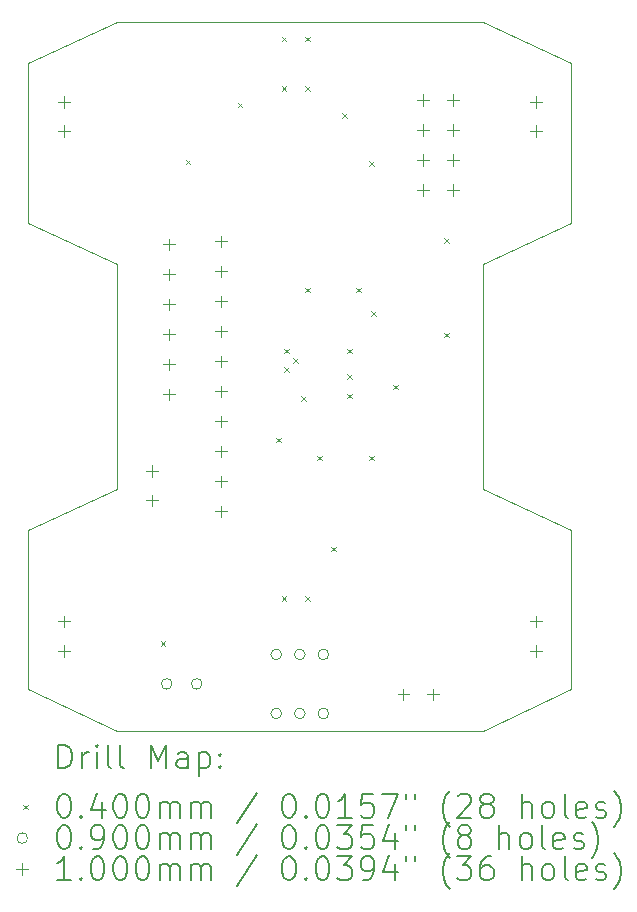
<source format=gbr>
%TF.GenerationSoftware,KiCad,Pcbnew,7.0.8*%
%TF.CreationDate,2024-02-21T14:18:44-03:00*%
%TF.ProjectId,Drone PCB,44726f6e-6520-4504-9342-2e6b69636164,1.0*%
%TF.SameCoordinates,Original*%
%TF.FileFunction,Drillmap*%
%TF.FilePolarity,Positive*%
%FSLAX45Y45*%
G04 Gerber Fmt 4.5, Leading zero omitted, Abs format (unit mm)*
G04 Created by KiCad (PCBNEW 7.0.8) date 2024-02-21 14:18:44*
%MOMM*%
%LPD*%
G01*
G04 APERTURE LIST*
%ADD10C,0.100000*%
%ADD11C,0.200000*%
%ADD12C,0.040000*%
%ADD13C,0.090000*%
G04 APERTURE END LIST*
D10*
X17056300Y-7050700D02*
X17056300Y-8400700D01*
X12456300Y-7050700D02*
X13206300Y-6700700D01*
X16306300Y-10650700D02*
X17056300Y-11000700D01*
X13206300Y-8750700D02*
X12456300Y-8400700D01*
X17056300Y-7050700D02*
X16306300Y-6700700D01*
X16306300Y-8750700D02*
X17056300Y-8400700D01*
X17056300Y-12350700D02*
X16306300Y-12700700D01*
X17056300Y-11000700D02*
X17056300Y-12350700D01*
X16306300Y-8750700D02*
X16306300Y-10650700D01*
X13206300Y-12700700D02*
X16306300Y-12700700D01*
X13206300Y-10650700D02*
X12456300Y-11000700D01*
X12456300Y-7050700D02*
X12456300Y-8400700D01*
X12456300Y-11000700D02*
X12456300Y-12350700D01*
X12456300Y-12350700D02*
X13206300Y-12700700D01*
X13206300Y-6700700D02*
X16306300Y-6700700D01*
X13206300Y-8750700D02*
X13206300Y-10650700D01*
D11*
D12*
X13577720Y-11939280D02*
X13617720Y-11979280D01*
X13617720Y-11939280D02*
X13577720Y-11979280D01*
X13790400Y-7864600D02*
X13830400Y-7904600D01*
X13830400Y-7864600D02*
X13790400Y-7904600D01*
X14230800Y-7382000D02*
X14270800Y-7422000D01*
X14270800Y-7382000D02*
X14230800Y-7422000D01*
X14558500Y-10220000D02*
X14598500Y-10260000D01*
X14598500Y-10220000D02*
X14558500Y-10260000D01*
X14602690Y-6823200D02*
X14642690Y-6863200D01*
X14642690Y-6823200D02*
X14602690Y-6863200D01*
X14602690Y-7242300D02*
X14642690Y-7282300D01*
X14642690Y-7242300D02*
X14602690Y-7282300D01*
X14602690Y-11560300D02*
X14642690Y-11600300D01*
X14642690Y-11560300D02*
X14602690Y-11600300D01*
X14622000Y-9465000D02*
X14662000Y-9505000D01*
X14662000Y-9465000D02*
X14622000Y-9505000D01*
X14622000Y-9625000D02*
X14662000Y-9665000D01*
X14662000Y-9625000D02*
X14622000Y-9665000D01*
X14698200Y-9545000D02*
X14738200Y-9585000D01*
X14738200Y-9545000D02*
X14698200Y-9585000D01*
X14768700Y-9865000D02*
X14808700Y-9905000D01*
X14808700Y-9865000D02*
X14768700Y-9905000D01*
X14799800Y-8950000D02*
X14839800Y-8990000D01*
X14839800Y-8950000D02*
X14799800Y-8990000D01*
X14799910Y-6823200D02*
X14839910Y-6863200D01*
X14839910Y-6823200D02*
X14799910Y-6863200D01*
X14799910Y-7242300D02*
X14839910Y-7282300D01*
X14839910Y-7242300D02*
X14799910Y-7282300D01*
X14799910Y-11560300D02*
X14839910Y-11600300D01*
X14839910Y-11560300D02*
X14799910Y-11600300D01*
X14901400Y-10372500D02*
X14941400Y-10412500D01*
X14941400Y-10372500D02*
X14901400Y-10412500D01*
X15022380Y-11141200D02*
X15062380Y-11181200D01*
X15062380Y-11141200D02*
X15022380Y-11181200D01*
X15115800Y-7470900D02*
X15155800Y-7510900D01*
X15155800Y-7470900D02*
X15115800Y-7510900D01*
X15155400Y-9465000D02*
X15195400Y-9505000D01*
X15195400Y-9465000D02*
X15155400Y-9505000D01*
X15155400Y-9680700D02*
X15195400Y-9720700D01*
X15195400Y-9680700D02*
X15155400Y-9720700D01*
X15155400Y-9845800D02*
X15195400Y-9885800D01*
X15195400Y-9845800D02*
X15155400Y-9885800D01*
X15231600Y-8950000D02*
X15271600Y-8990000D01*
X15271600Y-8950000D02*
X15231600Y-8990000D01*
X15345900Y-7877300D02*
X15385900Y-7917300D01*
X15385900Y-7877300D02*
X15345900Y-7917300D01*
X15345900Y-10372500D02*
X15385900Y-10412500D01*
X15385900Y-10372500D02*
X15345900Y-10412500D01*
X15358600Y-9147300D02*
X15398600Y-9187300D01*
X15398600Y-9147300D02*
X15358600Y-9187300D01*
X15549100Y-9769600D02*
X15589100Y-9809600D01*
X15589100Y-9769600D02*
X15549100Y-9809600D01*
X15980900Y-8530700D02*
X16020900Y-8570700D01*
X16020900Y-8530700D02*
X15980900Y-8570700D01*
X15980900Y-9330700D02*
X16020900Y-9370700D01*
X16020900Y-9330700D02*
X15980900Y-9370700D01*
D13*
X13674300Y-12304300D02*
G75*
G03*
X13674300Y-12304300I-45000J0D01*
G01*
X13928300Y-12304300D02*
G75*
G03*
X13928300Y-12304300I-45000J0D01*
G01*
X14601300Y-12054300D02*
G75*
G03*
X14601300Y-12054300I-45000J0D01*
G01*
X14601300Y-12554300D02*
G75*
G03*
X14601300Y-12554300I-45000J0D01*
G01*
X14801300Y-12054300D02*
G75*
G03*
X14801300Y-12054300I-45000J0D01*
G01*
X14801300Y-12554300D02*
G75*
G03*
X14801300Y-12554300I-45000J0D01*
G01*
X15001300Y-12054300D02*
G75*
G03*
X15001300Y-12054300I-45000J0D01*
G01*
X15001300Y-12554300D02*
G75*
G03*
X15001300Y-12554300I-45000J0D01*
G01*
D10*
X12756300Y-7325700D02*
X12756300Y-7425700D01*
X12706300Y-7375700D02*
X12806300Y-7375700D01*
X12756300Y-7575700D02*
X12756300Y-7675700D01*
X12706300Y-7625700D02*
X12806300Y-7625700D01*
X12756300Y-11725700D02*
X12756300Y-11825700D01*
X12706300Y-11775700D02*
X12806300Y-11775700D01*
X12756300Y-11975700D02*
X12756300Y-12075700D01*
X12706300Y-12025700D02*
X12806300Y-12025700D01*
X13503800Y-10450700D02*
X13503800Y-10550700D01*
X13453800Y-10500700D02*
X13553800Y-10500700D01*
X13503800Y-10700700D02*
X13503800Y-10800700D01*
X13453800Y-10750700D02*
X13553800Y-10750700D01*
X13648900Y-8533100D02*
X13648900Y-8633100D01*
X13598900Y-8583100D02*
X13698900Y-8583100D01*
X13648900Y-8787100D02*
X13648900Y-8887100D01*
X13598900Y-8837100D02*
X13698900Y-8837100D01*
X13648900Y-9041100D02*
X13648900Y-9141100D01*
X13598900Y-9091100D02*
X13698900Y-9091100D01*
X13648900Y-9295100D02*
X13648900Y-9395100D01*
X13598900Y-9345100D02*
X13698900Y-9345100D01*
X13648900Y-9549100D02*
X13648900Y-9649100D01*
X13598900Y-9599100D02*
X13698900Y-9599100D01*
X13648900Y-9803100D02*
X13648900Y-9903100D01*
X13598900Y-9853100D02*
X13698900Y-9853100D01*
X14086300Y-8507700D02*
X14086300Y-8607700D01*
X14036300Y-8557700D02*
X14136300Y-8557700D01*
X14086300Y-8761700D02*
X14086300Y-8861700D01*
X14036300Y-8811700D02*
X14136300Y-8811700D01*
X14086300Y-9015700D02*
X14086300Y-9115700D01*
X14036300Y-9065700D02*
X14136300Y-9065700D01*
X14086300Y-9269700D02*
X14086300Y-9369700D01*
X14036300Y-9319700D02*
X14136300Y-9319700D01*
X14086300Y-9523700D02*
X14086300Y-9623700D01*
X14036300Y-9573700D02*
X14136300Y-9573700D01*
X14086300Y-9777700D02*
X14086300Y-9877700D01*
X14036300Y-9827700D02*
X14136300Y-9827700D01*
X14086300Y-10031700D02*
X14086300Y-10131700D01*
X14036300Y-10081700D02*
X14136300Y-10081700D01*
X14086300Y-10285700D02*
X14086300Y-10385700D01*
X14036300Y-10335700D02*
X14136300Y-10335700D01*
X14086300Y-10539700D02*
X14086300Y-10639700D01*
X14036300Y-10589700D02*
X14136300Y-10589700D01*
X14086300Y-10793700D02*
X14086300Y-10893700D01*
X14036300Y-10843700D02*
X14136300Y-10843700D01*
X15633300Y-12343200D02*
X15633300Y-12443200D01*
X15583300Y-12393200D02*
X15683300Y-12393200D01*
X15799050Y-7310700D02*
X15799050Y-7410700D01*
X15749050Y-7360700D02*
X15849050Y-7360700D01*
X15799050Y-7564700D02*
X15799050Y-7664700D01*
X15749050Y-7614700D02*
X15849050Y-7614700D01*
X15799050Y-7818700D02*
X15799050Y-7918700D01*
X15749050Y-7868700D02*
X15849050Y-7868700D01*
X15799050Y-8072700D02*
X15799050Y-8172700D01*
X15749050Y-8122700D02*
X15849050Y-8122700D01*
X15883300Y-12343200D02*
X15883300Y-12443200D01*
X15833300Y-12393200D02*
X15933300Y-12393200D01*
X16053050Y-7310700D02*
X16053050Y-7410700D01*
X16003050Y-7360700D02*
X16103050Y-7360700D01*
X16053050Y-7564700D02*
X16053050Y-7664700D01*
X16003050Y-7614700D02*
X16103050Y-7614700D01*
X16053050Y-7818700D02*
X16053050Y-7918700D01*
X16003050Y-7868700D02*
X16103050Y-7868700D01*
X16053050Y-8072700D02*
X16053050Y-8172700D01*
X16003050Y-8122700D02*
X16103050Y-8122700D01*
X16756300Y-7325700D02*
X16756300Y-7425700D01*
X16706300Y-7375700D02*
X16806300Y-7375700D01*
X16756300Y-7575700D02*
X16756300Y-7675700D01*
X16706300Y-7625700D02*
X16806300Y-7625700D01*
X16756300Y-11725700D02*
X16756300Y-11825700D01*
X16706300Y-11775700D02*
X16806300Y-11775700D01*
X16756300Y-11975700D02*
X16756300Y-12075700D01*
X16706300Y-12025700D02*
X16806300Y-12025700D01*
D11*
X12712077Y-13017184D02*
X12712077Y-12817184D01*
X12712077Y-12817184D02*
X12759696Y-12817184D01*
X12759696Y-12817184D02*
X12788267Y-12826708D01*
X12788267Y-12826708D02*
X12807315Y-12845755D01*
X12807315Y-12845755D02*
X12816839Y-12864803D01*
X12816839Y-12864803D02*
X12826362Y-12902898D01*
X12826362Y-12902898D02*
X12826362Y-12931469D01*
X12826362Y-12931469D02*
X12816839Y-12969565D01*
X12816839Y-12969565D02*
X12807315Y-12988612D01*
X12807315Y-12988612D02*
X12788267Y-13007660D01*
X12788267Y-13007660D02*
X12759696Y-13017184D01*
X12759696Y-13017184D02*
X12712077Y-13017184D01*
X12912077Y-13017184D02*
X12912077Y-12883850D01*
X12912077Y-12921946D02*
X12921601Y-12902898D01*
X12921601Y-12902898D02*
X12931124Y-12893374D01*
X12931124Y-12893374D02*
X12950172Y-12883850D01*
X12950172Y-12883850D02*
X12969220Y-12883850D01*
X13035886Y-13017184D02*
X13035886Y-12883850D01*
X13035886Y-12817184D02*
X13026362Y-12826708D01*
X13026362Y-12826708D02*
X13035886Y-12836231D01*
X13035886Y-12836231D02*
X13045410Y-12826708D01*
X13045410Y-12826708D02*
X13035886Y-12817184D01*
X13035886Y-12817184D02*
X13035886Y-12836231D01*
X13159696Y-13017184D02*
X13140648Y-13007660D01*
X13140648Y-13007660D02*
X13131124Y-12988612D01*
X13131124Y-12988612D02*
X13131124Y-12817184D01*
X13264458Y-13017184D02*
X13245410Y-13007660D01*
X13245410Y-13007660D02*
X13235886Y-12988612D01*
X13235886Y-12988612D02*
X13235886Y-12817184D01*
X13493029Y-13017184D02*
X13493029Y-12817184D01*
X13493029Y-12817184D02*
X13559696Y-12960041D01*
X13559696Y-12960041D02*
X13626362Y-12817184D01*
X13626362Y-12817184D02*
X13626362Y-13017184D01*
X13807315Y-13017184D02*
X13807315Y-12912422D01*
X13807315Y-12912422D02*
X13797791Y-12893374D01*
X13797791Y-12893374D02*
X13778743Y-12883850D01*
X13778743Y-12883850D02*
X13740648Y-12883850D01*
X13740648Y-12883850D02*
X13721601Y-12893374D01*
X13807315Y-13007660D02*
X13788267Y-13017184D01*
X13788267Y-13017184D02*
X13740648Y-13017184D01*
X13740648Y-13017184D02*
X13721601Y-13007660D01*
X13721601Y-13007660D02*
X13712077Y-12988612D01*
X13712077Y-12988612D02*
X13712077Y-12969565D01*
X13712077Y-12969565D02*
X13721601Y-12950517D01*
X13721601Y-12950517D02*
X13740648Y-12940993D01*
X13740648Y-12940993D02*
X13788267Y-12940993D01*
X13788267Y-12940993D02*
X13807315Y-12931469D01*
X13902553Y-12883850D02*
X13902553Y-13083850D01*
X13902553Y-12893374D02*
X13921601Y-12883850D01*
X13921601Y-12883850D02*
X13959696Y-12883850D01*
X13959696Y-12883850D02*
X13978743Y-12893374D01*
X13978743Y-12893374D02*
X13988267Y-12902898D01*
X13988267Y-12902898D02*
X13997791Y-12921946D01*
X13997791Y-12921946D02*
X13997791Y-12979088D01*
X13997791Y-12979088D02*
X13988267Y-12998136D01*
X13988267Y-12998136D02*
X13978743Y-13007660D01*
X13978743Y-13007660D02*
X13959696Y-13017184D01*
X13959696Y-13017184D02*
X13921601Y-13017184D01*
X13921601Y-13017184D02*
X13902553Y-13007660D01*
X14083505Y-12998136D02*
X14093029Y-13007660D01*
X14093029Y-13007660D02*
X14083505Y-13017184D01*
X14083505Y-13017184D02*
X14073982Y-13007660D01*
X14073982Y-13007660D02*
X14083505Y-12998136D01*
X14083505Y-12998136D02*
X14083505Y-13017184D01*
X14083505Y-12893374D02*
X14093029Y-12902898D01*
X14093029Y-12902898D02*
X14083505Y-12912422D01*
X14083505Y-12912422D02*
X14073982Y-12902898D01*
X14073982Y-12902898D02*
X14083505Y-12893374D01*
X14083505Y-12893374D02*
X14083505Y-12912422D01*
D12*
X12411300Y-13325700D02*
X12451300Y-13365700D01*
X12451300Y-13325700D02*
X12411300Y-13365700D01*
D11*
X12750172Y-13237184D02*
X12769220Y-13237184D01*
X12769220Y-13237184D02*
X12788267Y-13246708D01*
X12788267Y-13246708D02*
X12797791Y-13256231D01*
X12797791Y-13256231D02*
X12807315Y-13275279D01*
X12807315Y-13275279D02*
X12816839Y-13313374D01*
X12816839Y-13313374D02*
X12816839Y-13360993D01*
X12816839Y-13360993D02*
X12807315Y-13399088D01*
X12807315Y-13399088D02*
X12797791Y-13418136D01*
X12797791Y-13418136D02*
X12788267Y-13427660D01*
X12788267Y-13427660D02*
X12769220Y-13437184D01*
X12769220Y-13437184D02*
X12750172Y-13437184D01*
X12750172Y-13437184D02*
X12731124Y-13427660D01*
X12731124Y-13427660D02*
X12721601Y-13418136D01*
X12721601Y-13418136D02*
X12712077Y-13399088D01*
X12712077Y-13399088D02*
X12702553Y-13360993D01*
X12702553Y-13360993D02*
X12702553Y-13313374D01*
X12702553Y-13313374D02*
X12712077Y-13275279D01*
X12712077Y-13275279D02*
X12721601Y-13256231D01*
X12721601Y-13256231D02*
X12731124Y-13246708D01*
X12731124Y-13246708D02*
X12750172Y-13237184D01*
X12902553Y-13418136D02*
X12912077Y-13427660D01*
X12912077Y-13427660D02*
X12902553Y-13437184D01*
X12902553Y-13437184D02*
X12893029Y-13427660D01*
X12893029Y-13427660D02*
X12902553Y-13418136D01*
X12902553Y-13418136D02*
X12902553Y-13437184D01*
X13083505Y-13303850D02*
X13083505Y-13437184D01*
X13035886Y-13227660D02*
X12988267Y-13370517D01*
X12988267Y-13370517D02*
X13112077Y-13370517D01*
X13226362Y-13237184D02*
X13245410Y-13237184D01*
X13245410Y-13237184D02*
X13264458Y-13246708D01*
X13264458Y-13246708D02*
X13273982Y-13256231D01*
X13273982Y-13256231D02*
X13283505Y-13275279D01*
X13283505Y-13275279D02*
X13293029Y-13313374D01*
X13293029Y-13313374D02*
X13293029Y-13360993D01*
X13293029Y-13360993D02*
X13283505Y-13399088D01*
X13283505Y-13399088D02*
X13273982Y-13418136D01*
X13273982Y-13418136D02*
X13264458Y-13427660D01*
X13264458Y-13427660D02*
X13245410Y-13437184D01*
X13245410Y-13437184D02*
X13226362Y-13437184D01*
X13226362Y-13437184D02*
X13207315Y-13427660D01*
X13207315Y-13427660D02*
X13197791Y-13418136D01*
X13197791Y-13418136D02*
X13188267Y-13399088D01*
X13188267Y-13399088D02*
X13178743Y-13360993D01*
X13178743Y-13360993D02*
X13178743Y-13313374D01*
X13178743Y-13313374D02*
X13188267Y-13275279D01*
X13188267Y-13275279D02*
X13197791Y-13256231D01*
X13197791Y-13256231D02*
X13207315Y-13246708D01*
X13207315Y-13246708D02*
X13226362Y-13237184D01*
X13416839Y-13237184D02*
X13435886Y-13237184D01*
X13435886Y-13237184D02*
X13454934Y-13246708D01*
X13454934Y-13246708D02*
X13464458Y-13256231D01*
X13464458Y-13256231D02*
X13473982Y-13275279D01*
X13473982Y-13275279D02*
X13483505Y-13313374D01*
X13483505Y-13313374D02*
X13483505Y-13360993D01*
X13483505Y-13360993D02*
X13473982Y-13399088D01*
X13473982Y-13399088D02*
X13464458Y-13418136D01*
X13464458Y-13418136D02*
X13454934Y-13427660D01*
X13454934Y-13427660D02*
X13435886Y-13437184D01*
X13435886Y-13437184D02*
X13416839Y-13437184D01*
X13416839Y-13437184D02*
X13397791Y-13427660D01*
X13397791Y-13427660D02*
X13388267Y-13418136D01*
X13388267Y-13418136D02*
X13378743Y-13399088D01*
X13378743Y-13399088D02*
X13369220Y-13360993D01*
X13369220Y-13360993D02*
X13369220Y-13313374D01*
X13369220Y-13313374D02*
X13378743Y-13275279D01*
X13378743Y-13275279D02*
X13388267Y-13256231D01*
X13388267Y-13256231D02*
X13397791Y-13246708D01*
X13397791Y-13246708D02*
X13416839Y-13237184D01*
X13569220Y-13437184D02*
X13569220Y-13303850D01*
X13569220Y-13322898D02*
X13578743Y-13313374D01*
X13578743Y-13313374D02*
X13597791Y-13303850D01*
X13597791Y-13303850D02*
X13626363Y-13303850D01*
X13626363Y-13303850D02*
X13645410Y-13313374D01*
X13645410Y-13313374D02*
X13654934Y-13332422D01*
X13654934Y-13332422D02*
X13654934Y-13437184D01*
X13654934Y-13332422D02*
X13664458Y-13313374D01*
X13664458Y-13313374D02*
X13683505Y-13303850D01*
X13683505Y-13303850D02*
X13712077Y-13303850D01*
X13712077Y-13303850D02*
X13731124Y-13313374D01*
X13731124Y-13313374D02*
X13740648Y-13332422D01*
X13740648Y-13332422D02*
X13740648Y-13437184D01*
X13835886Y-13437184D02*
X13835886Y-13303850D01*
X13835886Y-13322898D02*
X13845410Y-13313374D01*
X13845410Y-13313374D02*
X13864458Y-13303850D01*
X13864458Y-13303850D02*
X13893029Y-13303850D01*
X13893029Y-13303850D02*
X13912077Y-13313374D01*
X13912077Y-13313374D02*
X13921601Y-13332422D01*
X13921601Y-13332422D02*
X13921601Y-13437184D01*
X13921601Y-13332422D02*
X13931124Y-13313374D01*
X13931124Y-13313374D02*
X13950172Y-13303850D01*
X13950172Y-13303850D02*
X13978743Y-13303850D01*
X13978743Y-13303850D02*
X13997791Y-13313374D01*
X13997791Y-13313374D02*
X14007315Y-13332422D01*
X14007315Y-13332422D02*
X14007315Y-13437184D01*
X14397791Y-13227660D02*
X14226363Y-13484803D01*
X14654934Y-13237184D02*
X14673982Y-13237184D01*
X14673982Y-13237184D02*
X14693029Y-13246708D01*
X14693029Y-13246708D02*
X14702553Y-13256231D01*
X14702553Y-13256231D02*
X14712077Y-13275279D01*
X14712077Y-13275279D02*
X14721601Y-13313374D01*
X14721601Y-13313374D02*
X14721601Y-13360993D01*
X14721601Y-13360993D02*
X14712077Y-13399088D01*
X14712077Y-13399088D02*
X14702553Y-13418136D01*
X14702553Y-13418136D02*
X14693029Y-13427660D01*
X14693029Y-13427660D02*
X14673982Y-13437184D01*
X14673982Y-13437184D02*
X14654934Y-13437184D01*
X14654934Y-13437184D02*
X14635886Y-13427660D01*
X14635886Y-13427660D02*
X14626363Y-13418136D01*
X14626363Y-13418136D02*
X14616839Y-13399088D01*
X14616839Y-13399088D02*
X14607315Y-13360993D01*
X14607315Y-13360993D02*
X14607315Y-13313374D01*
X14607315Y-13313374D02*
X14616839Y-13275279D01*
X14616839Y-13275279D02*
X14626363Y-13256231D01*
X14626363Y-13256231D02*
X14635886Y-13246708D01*
X14635886Y-13246708D02*
X14654934Y-13237184D01*
X14807315Y-13418136D02*
X14816839Y-13427660D01*
X14816839Y-13427660D02*
X14807315Y-13437184D01*
X14807315Y-13437184D02*
X14797791Y-13427660D01*
X14797791Y-13427660D02*
X14807315Y-13418136D01*
X14807315Y-13418136D02*
X14807315Y-13437184D01*
X14940648Y-13237184D02*
X14959696Y-13237184D01*
X14959696Y-13237184D02*
X14978744Y-13246708D01*
X14978744Y-13246708D02*
X14988267Y-13256231D01*
X14988267Y-13256231D02*
X14997791Y-13275279D01*
X14997791Y-13275279D02*
X15007315Y-13313374D01*
X15007315Y-13313374D02*
X15007315Y-13360993D01*
X15007315Y-13360993D02*
X14997791Y-13399088D01*
X14997791Y-13399088D02*
X14988267Y-13418136D01*
X14988267Y-13418136D02*
X14978744Y-13427660D01*
X14978744Y-13427660D02*
X14959696Y-13437184D01*
X14959696Y-13437184D02*
X14940648Y-13437184D01*
X14940648Y-13437184D02*
X14921601Y-13427660D01*
X14921601Y-13427660D02*
X14912077Y-13418136D01*
X14912077Y-13418136D02*
X14902553Y-13399088D01*
X14902553Y-13399088D02*
X14893029Y-13360993D01*
X14893029Y-13360993D02*
X14893029Y-13313374D01*
X14893029Y-13313374D02*
X14902553Y-13275279D01*
X14902553Y-13275279D02*
X14912077Y-13256231D01*
X14912077Y-13256231D02*
X14921601Y-13246708D01*
X14921601Y-13246708D02*
X14940648Y-13237184D01*
X15197791Y-13437184D02*
X15083506Y-13437184D01*
X15140648Y-13437184D02*
X15140648Y-13237184D01*
X15140648Y-13237184D02*
X15121601Y-13265755D01*
X15121601Y-13265755D02*
X15102553Y-13284803D01*
X15102553Y-13284803D02*
X15083506Y-13294327D01*
X15378744Y-13237184D02*
X15283506Y-13237184D01*
X15283506Y-13237184D02*
X15273982Y-13332422D01*
X15273982Y-13332422D02*
X15283506Y-13322898D01*
X15283506Y-13322898D02*
X15302553Y-13313374D01*
X15302553Y-13313374D02*
X15350172Y-13313374D01*
X15350172Y-13313374D02*
X15369220Y-13322898D01*
X15369220Y-13322898D02*
X15378744Y-13332422D01*
X15378744Y-13332422D02*
X15388267Y-13351469D01*
X15388267Y-13351469D02*
X15388267Y-13399088D01*
X15388267Y-13399088D02*
X15378744Y-13418136D01*
X15378744Y-13418136D02*
X15369220Y-13427660D01*
X15369220Y-13427660D02*
X15350172Y-13437184D01*
X15350172Y-13437184D02*
X15302553Y-13437184D01*
X15302553Y-13437184D02*
X15283506Y-13427660D01*
X15283506Y-13427660D02*
X15273982Y-13418136D01*
X15454934Y-13237184D02*
X15588267Y-13237184D01*
X15588267Y-13237184D02*
X15502553Y-13437184D01*
X15654934Y-13237184D02*
X15654934Y-13275279D01*
X15731125Y-13237184D02*
X15731125Y-13275279D01*
X16026363Y-13513374D02*
X16016839Y-13503850D01*
X16016839Y-13503850D02*
X15997791Y-13475279D01*
X15997791Y-13475279D02*
X15988268Y-13456231D01*
X15988268Y-13456231D02*
X15978744Y-13427660D01*
X15978744Y-13427660D02*
X15969220Y-13380041D01*
X15969220Y-13380041D02*
X15969220Y-13341946D01*
X15969220Y-13341946D02*
X15978744Y-13294327D01*
X15978744Y-13294327D02*
X15988268Y-13265755D01*
X15988268Y-13265755D02*
X15997791Y-13246708D01*
X15997791Y-13246708D02*
X16016839Y-13218136D01*
X16016839Y-13218136D02*
X16026363Y-13208612D01*
X16093029Y-13256231D02*
X16102553Y-13246708D01*
X16102553Y-13246708D02*
X16121601Y-13237184D01*
X16121601Y-13237184D02*
X16169220Y-13237184D01*
X16169220Y-13237184D02*
X16188268Y-13246708D01*
X16188268Y-13246708D02*
X16197791Y-13256231D01*
X16197791Y-13256231D02*
X16207315Y-13275279D01*
X16207315Y-13275279D02*
X16207315Y-13294327D01*
X16207315Y-13294327D02*
X16197791Y-13322898D01*
X16197791Y-13322898D02*
X16083506Y-13437184D01*
X16083506Y-13437184D02*
X16207315Y-13437184D01*
X16321601Y-13322898D02*
X16302553Y-13313374D01*
X16302553Y-13313374D02*
X16293029Y-13303850D01*
X16293029Y-13303850D02*
X16283506Y-13284803D01*
X16283506Y-13284803D02*
X16283506Y-13275279D01*
X16283506Y-13275279D02*
X16293029Y-13256231D01*
X16293029Y-13256231D02*
X16302553Y-13246708D01*
X16302553Y-13246708D02*
X16321601Y-13237184D01*
X16321601Y-13237184D02*
X16359696Y-13237184D01*
X16359696Y-13237184D02*
X16378744Y-13246708D01*
X16378744Y-13246708D02*
X16388268Y-13256231D01*
X16388268Y-13256231D02*
X16397791Y-13275279D01*
X16397791Y-13275279D02*
X16397791Y-13284803D01*
X16397791Y-13284803D02*
X16388268Y-13303850D01*
X16388268Y-13303850D02*
X16378744Y-13313374D01*
X16378744Y-13313374D02*
X16359696Y-13322898D01*
X16359696Y-13322898D02*
X16321601Y-13322898D01*
X16321601Y-13322898D02*
X16302553Y-13332422D01*
X16302553Y-13332422D02*
X16293029Y-13341946D01*
X16293029Y-13341946D02*
X16283506Y-13360993D01*
X16283506Y-13360993D02*
X16283506Y-13399088D01*
X16283506Y-13399088D02*
X16293029Y-13418136D01*
X16293029Y-13418136D02*
X16302553Y-13427660D01*
X16302553Y-13427660D02*
X16321601Y-13437184D01*
X16321601Y-13437184D02*
X16359696Y-13437184D01*
X16359696Y-13437184D02*
X16378744Y-13427660D01*
X16378744Y-13427660D02*
X16388268Y-13418136D01*
X16388268Y-13418136D02*
X16397791Y-13399088D01*
X16397791Y-13399088D02*
X16397791Y-13360993D01*
X16397791Y-13360993D02*
X16388268Y-13341946D01*
X16388268Y-13341946D02*
X16378744Y-13332422D01*
X16378744Y-13332422D02*
X16359696Y-13322898D01*
X16635887Y-13437184D02*
X16635887Y-13237184D01*
X16721601Y-13437184D02*
X16721601Y-13332422D01*
X16721601Y-13332422D02*
X16712077Y-13313374D01*
X16712077Y-13313374D02*
X16693030Y-13303850D01*
X16693030Y-13303850D02*
X16664458Y-13303850D01*
X16664458Y-13303850D02*
X16645410Y-13313374D01*
X16645410Y-13313374D02*
X16635887Y-13322898D01*
X16845411Y-13437184D02*
X16826363Y-13427660D01*
X16826363Y-13427660D02*
X16816839Y-13418136D01*
X16816839Y-13418136D02*
X16807315Y-13399088D01*
X16807315Y-13399088D02*
X16807315Y-13341946D01*
X16807315Y-13341946D02*
X16816839Y-13322898D01*
X16816839Y-13322898D02*
X16826363Y-13313374D01*
X16826363Y-13313374D02*
X16845411Y-13303850D01*
X16845411Y-13303850D02*
X16873982Y-13303850D01*
X16873982Y-13303850D02*
X16893030Y-13313374D01*
X16893030Y-13313374D02*
X16902553Y-13322898D01*
X16902553Y-13322898D02*
X16912077Y-13341946D01*
X16912077Y-13341946D02*
X16912077Y-13399088D01*
X16912077Y-13399088D02*
X16902553Y-13418136D01*
X16902553Y-13418136D02*
X16893030Y-13427660D01*
X16893030Y-13427660D02*
X16873982Y-13437184D01*
X16873982Y-13437184D02*
X16845411Y-13437184D01*
X17026363Y-13437184D02*
X17007315Y-13427660D01*
X17007315Y-13427660D02*
X16997792Y-13408612D01*
X16997792Y-13408612D02*
X16997792Y-13237184D01*
X17178744Y-13427660D02*
X17159696Y-13437184D01*
X17159696Y-13437184D02*
X17121601Y-13437184D01*
X17121601Y-13437184D02*
X17102553Y-13427660D01*
X17102553Y-13427660D02*
X17093030Y-13408612D01*
X17093030Y-13408612D02*
X17093030Y-13332422D01*
X17093030Y-13332422D02*
X17102553Y-13313374D01*
X17102553Y-13313374D02*
X17121601Y-13303850D01*
X17121601Y-13303850D02*
X17159696Y-13303850D01*
X17159696Y-13303850D02*
X17178744Y-13313374D01*
X17178744Y-13313374D02*
X17188268Y-13332422D01*
X17188268Y-13332422D02*
X17188268Y-13351469D01*
X17188268Y-13351469D02*
X17093030Y-13370517D01*
X17264458Y-13427660D02*
X17283506Y-13437184D01*
X17283506Y-13437184D02*
X17321601Y-13437184D01*
X17321601Y-13437184D02*
X17340649Y-13427660D01*
X17340649Y-13427660D02*
X17350173Y-13408612D01*
X17350173Y-13408612D02*
X17350173Y-13399088D01*
X17350173Y-13399088D02*
X17340649Y-13380041D01*
X17340649Y-13380041D02*
X17321601Y-13370517D01*
X17321601Y-13370517D02*
X17293030Y-13370517D01*
X17293030Y-13370517D02*
X17273982Y-13360993D01*
X17273982Y-13360993D02*
X17264458Y-13341946D01*
X17264458Y-13341946D02*
X17264458Y-13332422D01*
X17264458Y-13332422D02*
X17273982Y-13313374D01*
X17273982Y-13313374D02*
X17293030Y-13303850D01*
X17293030Y-13303850D02*
X17321601Y-13303850D01*
X17321601Y-13303850D02*
X17340649Y-13313374D01*
X17416839Y-13513374D02*
X17426363Y-13503850D01*
X17426363Y-13503850D02*
X17445411Y-13475279D01*
X17445411Y-13475279D02*
X17454934Y-13456231D01*
X17454934Y-13456231D02*
X17464458Y-13427660D01*
X17464458Y-13427660D02*
X17473982Y-13380041D01*
X17473982Y-13380041D02*
X17473982Y-13341946D01*
X17473982Y-13341946D02*
X17464458Y-13294327D01*
X17464458Y-13294327D02*
X17454934Y-13265755D01*
X17454934Y-13265755D02*
X17445411Y-13246708D01*
X17445411Y-13246708D02*
X17426363Y-13218136D01*
X17426363Y-13218136D02*
X17416839Y-13208612D01*
D13*
X12451300Y-13609700D02*
G75*
G03*
X12451300Y-13609700I-45000J0D01*
G01*
D11*
X12750172Y-13501184D02*
X12769220Y-13501184D01*
X12769220Y-13501184D02*
X12788267Y-13510708D01*
X12788267Y-13510708D02*
X12797791Y-13520231D01*
X12797791Y-13520231D02*
X12807315Y-13539279D01*
X12807315Y-13539279D02*
X12816839Y-13577374D01*
X12816839Y-13577374D02*
X12816839Y-13624993D01*
X12816839Y-13624993D02*
X12807315Y-13663088D01*
X12807315Y-13663088D02*
X12797791Y-13682136D01*
X12797791Y-13682136D02*
X12788267Y-13691660D01*
X12788267Y-13691660D02*
X12769220Y-13701184D01*
X12769220Y-13701184D02*
X12750172Y-13701184D01*
X12750172Y-13701184D02*
X12731124Y-13691660D01*
X12731124Y-13691660D02*
X12721601Y-13682136D01*
X12721601Y-13682136D02*
X12712077Y-13663088D01*
X12712077Y-13663088D02*
X12702553Y-13624993D01*
X12702553Y-13624993D02*
X12702553Y-13577374D01*
X12702553Y-13577374D02*
X12712077Y-13539279D01*
X12712077Y-13539279D02*
X12721601Y-13520231D01*
X12721601Y-13520231D02*
X12731124Y-13510708D01*
X12731124Y-13510708D02*
X12750172Y-13501184D01*
X12902553Y-13682136D02*
X12912077Y-13691660D01*
X12912077Y-13691660D02*
X12902553Y-13701184D01*
X12902553Y-13701184D02*
X12893029Y-13691660D01*
X12893029Y-13691660D02*
X12902553Y-13682136D01*
X12902553Y-13682136D02*
X12902553Y-13701184D01*
X13007315Y-13701184D02*
X13045410Y-13701184D01*
X13045410Y-13701184D02*
X13064458Y-13691660D01*
X13064458Y-13691660D02*
X13073982Y-13682136D01*
X13073982Y-13682136D02*
X13093029Y-13653565D01*
X13093029Y-13653565D02*
X13102553Y-13615469D01*
X13102553Y-13615469D02*
X13102553Y-13539279D01*
X13102553Y-13539279D02*
X13093029Y-13520231D01*
X13093029Y-13520231D02*
X13083505Y-13510708D01*
X13083505Y-13510708D02*
X13064458Y-13501184D01*
X13064458Y-13501184D02*
X13026362Y-13501184D01*
X13026362Y-13501184D02*
X13007315Y-13510708D01*
X13007315Y-13510708D02*
X12997791Y-13520231D01*
X12997791Y-13520231D02*
X12988267Y-13539279D01*
X12988267Y-13539279D02*
X12988267Y-13586898D01*
X12988267Y-13586898D02*
X12997791Y-13605946D01*
X12997791Y-13605946D02*
X13007315Y-13615469D01*
X13007315Y-13615469D02*
X13026362Y-13624993D01*
X13026362Y-13624993D02*
X13064458Y-13624993D01*
X13064458Y-13624993D02*
X13083505Y-13615469D01*
X13083505Y-13615469D02*
X13093029Y-13605946D01*
X13093029Y-13605946D02*
X13102553Y-13586898D01*
X13226362Y-13501184D02*
X13245410Y-13501184D01*
X13245410Y-13501184D02*
X13264458Y-13510708D01*
X13264458Y-13510708D02*
X13273982Y-13520231D01*
X13273982Y-13520231D02*
X13283505Y-13539279D01*
X13283505Y-13539279D02*
X13293029Y-13577374D01*
X13293029Y-13577374D02*
X13293029Y-13624993D01*
X13293029Y-13624993D02*
X13283505Y-13663088D01*
X13283505Y-13663088D02*
X13273982Y-13682136D01*
X13273982Y-13682136D02*
X13264458Y-13691660D01*
X13264458Y-13691660D02*
X13245410Y-13701184D01*
X13245410Y-13701184D02*
X13226362Y-13701184D01*
X13226362Y-13701184D02*
X13207315Y-13691660D01*
X13207315Y-13691660D02*
X13197791Y-13682136D01*
X13197791Y-13682136D02*
X13188267Y-13663088D01*
X13188267Y-13663088D02*
X13178743Y-13624993D01*
X13178743Y-13624993D02*
X13178743Y-13577374D01*
X13178743Y-13577374D02*
X13188267Y-13539279D01*
X13188267Y-13539279D02*
X13197791Y-13520231D01*
X13197791Y-13520231D02*
X13207315Y-13510708D01*
X13207315Y-13510708D02*
X13226362Y-13501184D01*
X13416839Y-13501184D02*
X13435886Y-13501184D01*
X13435886Y-13501184D02*
X13454934Y-13510708D01*
X13454934Y-13510708D02*
X13464458Y-13520231D01*
X13464458Y-13520231D02*
X13473982Y-13539279D01*
X13473982Y-13539279D02*
X13483505Y-13577374D01*
X13483505Y-13577374D02*
X13483505Y-13624993D01*
X13483505Y-13624993D02*
X13473982Y-13663088D01*
X13473982Y-13663088D02*
X13464458Y-13682136D01*
X13464458Y-13682136D02*
X13454934Y-13691660D01*
X13454934Y-13691660D02*
X13435886Y-13701184D01*
X13435886Y-13701184D02*
X13416839Y-13701184D01*
X13416839Y-13701184D02*
X13397791Y-13691660D01*
X13397791Y-13691660D02*
X13388267Y-13682136D01*
X13388267Y-13682136D02*
X13378743Y-13663088D01*
X13378743Y-13663088D02*
X13369220Y-13624993D01*
X13369220Y-13624993D02*
X13369220Y-13577374D01*
X13369220Y-13577374D02*
X13378743Y-13539279D01*
X13378743Y-13539279D02*
X13388267Y-13520231D01*
X13388267Y-13520231D02*
X13397791Y-13510708D01*
X13397791Y-13510708D02*
X13416839Y-13501184D01*
X13569220Y-13701184D02*
X13569220Y-13567850D01*
X13569220Y-13586898D02*
X13578743Y-13577374D01*
X13578743Y-13577374D02*
X13597791Y-13567850D01*
X13597791Y-13567850D02*
X13626363Y-13567850D01*
X13626363Y-13567850D02*
X13645410Y-13577374D01*
X13645410Y-13577374D02*
X13654934Y-13596422D01*
X13654934Y-13596422D02*
X13654934Y-13701184D01*
X13654934Y-13596422D02*
X13664458Y-13577374D01*
X13664458Y-13577374D02*
X13683505Y-13567850D01*
X13683505Y-13567850D02*
X13712077Y-13567850D01*
X13712077Y-13567850D02*
X13731124Y-13577374D01*
X13731124Y-13577374D02*
X13740648Y-13596422D01*
X13740648Y-13596422D02*
X13740648Y-13701184D01*
X13835886Y-13701184D02*
X13835886Y-13567850D01*
X13835886Y-13586898D02*
X13845410Y-13577374D01*
X13845410Y-13577374D02*
X13864458Y-13567850D01*
X13864458Y-13567850D02*
X13893029Y-13567850D01*
X13893029Y-13567850D02*
X13912077Y-13577374D01*
X13912077Y-13577374D02*
X13921601Y-13596422D01*
X13921601Y-13596422D02*
X13921601Y-13701184D01*
X13921601Y-13596422D02*
X13931124Y-13577374D01*
X13931124Y-13577374D02*
X13950172Y-13567850D01*
X13950172Y-13567850D02*
X13978743Y-13567850D01*
X13978743Y-13567850D02*
X13997791Y-13577374D01*
X13997791Y-13577374D02*
X14007315Y-13596422D01*
X14007315Y-13596422D02*
X14007315Y-13701184D01*
X14397791Y-13491660D02*
X14226363Y-13748803D01*
X14654934Y-13501184D02*
X14673982Y-13501184D01*
X14673982Y-13501184D02*
X14693029Y-13510708D01*
X14693029Y-13510708D02*
X14702553Y-13520231D01*
X14702553Y-13520231D02*
X14712077Y-13539279D01*
X14712077Y-13539279D02*
X14721601Y-13577374D01*
X14721601Y-13577374D02*
X14721601Y-13624993D01*
X14721601Y-13624993D02*
X14712077Y-13663088D01*
X14712077Y-13663088D02*
X14702553Y-13682136D01*
X14702553Y-13682136D02*
X14693029Y-13691660D01*
X14693029Y-13691660D02*
X14673982Y-13701184D01*
X14673982Y-13701184D02*
X14654934Y-13701184D01*
X14654934Y-13701184D02*
X14635886Y-13691660D01*
X14635886Y-13691660D02*
X14626363Y-13682136D01*
X14626363Y-13682136D02*
X14616839Y-13663088D01*
X14616839Y-13663088D02*
X14607315Y-13624993D01*
X14607315Y-13624993D02*
X14607315Y-13577374D01*
X14607315Y-13577374D02*
X14616839Y-13539279D01*
X14616839Y-13539279D02*
X14626363Y-13520231D01*
X14626363Y-13520231D02*
X14635886Y-13510708D01*
X14635886Y-13510708D02*
X14654934Y-13501184D01*
X14807315Y-13682136D02*
X14816839Y-13691660D01*
X14816839Y-13691660D02*
X14807315Y-13701184D01*
X14807315Y-13701184D02*
X14797791Y-13691660D01*
X14797791Y-13691660D02*
X14807315Y-13682136D01*
X14807315Y-13682136D02*
X14807315Y-13701184D01*
X14940648Y-13501184D02*
X14959696Y-13501184D01*
X14959696Y-13501184D02*
X14978744Y-13510708D01*
X14978744Y-13510708D02*
X14988267Y-13520231D01*
X14988267Y-13520231D02*
X14997791Y-13539279D01*
X14997791Y-13539279D02*
X15007315Y-13577374D01*
X15007315Y-13577374D02*
X15007315Y-13624993D01*
X15007315Y-13624993D02*
X14997791Y-13663088D01*
X14997791Y-13663088D02*
X14988267Y-13682136D01*
X14988267Y-13682136D02*
X14978744Y-13691660D01*
X14978744Y-13691660D02*
X14959696Y-13701184D01*
X14959696Y-13701184D02*
X14940648Y-13701184D01*
X14940648Y-13701184D02*
X14921601Y-13691660D01*
X14921601Y-13691660D02*
X14912077Y-13682136D01*
X14912077Y-13682136D02*
X14902553Y-13663088D01*
X14902553Y-13663088D02*
X14893029Y-13624993D01*
X14893029Y-13624993D02*
X14893029Y-13577374D01*
X14893029Y-13577374D02*
X14902553Y-13539279D01*
X14902553Y-13539279D02*
X14912077Y-13520231D01*
X14912077Y-13520231D02*
X14921601Y-13510708D01*
X14921601Y-13510708D02*
X14940648Y-13501184D01*
X15073982Y-13501184D02*
X15197791Y-13501184D01*
X15197791Y-13501184D02*
X15131125Y-13577374D01*
X15131125Y-13577374D02*
X15159696Y-13577374D01*
X15159696Y-13577374D02*
X15178744Y-13586898D01*
X15178744Y-13586898D02*
X15188267Y-13596422D01*
X15188267Y-13596422D02*
X15197791Y-13615469D01*
X15197791Y-13615469D02*
X15197791Y-13663088D01*
X15197791Y-13663088D02*
X15188267Y-13682136D01*
X15188267Y-13682136D02*
X15178744Y-13691660D01*
X15178744Y-13691660D02*
X15159696Y-13701184D01*
X15159696Y-13701184D02*
X15102553Y-13701184D01*
X15102553Y-13701184D02*
X15083506Y-13691660D01*
X15083506Y-13691660D02*
X15073982Y-13682136D01*
X15378744Y-13501184D02*
X15283506Y-13501184D01*
X15283506Y-13501184D02*
X15273982Y-13596422D01*
X15273982Y-13596422D02*
X15283506Y-13586898D01*
X15283506Y-13586898D02*
X15302553Y-13577374D01*
X15302553Y-13577374D02*
X15350172Y-13577374D01*
X15350172Y-13577374D02*
X15369220Y-13586898D01*
X15369220Y-13586898D02*
X15378744Y-13596422D01*
X15378744Y-13596422D02*
X15388267Y-13615469D01*
X15388267Y-13615469D02*
X15388267Y-13663088D01*
X15388267Y-13663088D02*
X15378744Y-13682136D01*
X15378744Y-13682136D02*
X15369220Y-13691660D01*
X15369220Y-13691660D02*
X15350172Y-13701184D01*
X15350172Y-13701184D02*
X15302553Y-13701184D01*
X15302553Y-13701184D02*
X15283506Y-13691660D01*
X15283506Y-13691660D02*
X15273982Y-13682136D01*
X15559696Y-13567850D02*
X15559696Y-13701184D01*
X15512077Y-13491660D02*
X15464458Y-13634517D01*
X15464458Y-13634517D02*
X15588267Y-13634517D01*
X15654934Y-13501184D02*
X15654934Y-13539279D01*
X15731125Y-13501184D02*
X15731125Y-13539279D01*
X16026363Y-13777374D02*
X16016839Y-13767850D01*
X16016839Y-13767850D02*
X15997791Y-13739279D01*
X15997791Y-13739279D02*
X15988268Y-13720231D01*
X15988268Y-13720231D02*
X15978744Y-13691660D01*
X15978744Y-13691660D02*
X15969220Y-13644041D01*
X15969220Y-13644041D02*
X15969220Y-13605946D01*
X15969220Y-13605946D02*
X15978744Y-13558327D01*
X15978744Y-13558327D02*
X15988268Y-13529755D01*
X15988268Y-13529755D02*
X15997791Y-13510708D01*
X15997791Y-13510708D02*
X16016839Y-13482136D01*
X16016839Y-13482136D02*
X16026363Y-13472612D01*
X16131125Y-13586898D02*
X16112077Y-13577374D01*
X16112077Y-13577374D02*
X16102553Y-13567850D01*
X16102553Y-13567850D02*
X16093029Y-13548803D01*
X16093029Y-13548803D02*
X16093029Y-13539279D01*
X16093029Y-13539279D02*
X16102553Y-13520231D01*
X16102553Y-13520231D02*
X16112077Y-13510708D01*
X16112077Y-13510708D02*
X16131125Y-13501184D01*
X16131125Y-13501184D02*
X16169220Y-13501184D01*
X16169220Y-13501184D02*
X16188268Y-13510708D01*
X16188268Y-13510708D02*
X16197791Y-13520231D01*
X16197791Y-13520231D02*
X16207315Y-13539279D01*
X16207315Y-13539279D02*
X16207315Y-13548803D01*
X16207315Y-13548803D02*
X16197791Y-13567850D01*
X16197791Y-13567850D02*
X16188268Y-13577374D01*
X16188268Y-13577374D02*
X16169220Y-13586898D01*
X16169220Y-13586898D02*
X16131125Y-13586898D01*
X16131125Y-13586898D02*
X16112077Y-13596422D01*
X16112077Y-13596422D02*
X16102553Y-13605946D01*
X16102553Y-13605946D02*
X16093029Y-13624993D01*
X16093029Y-13624993D02*
X16093029Y-13663088D01*
X16093029Y-13663088D02*
X16102553Y-13682136D01*
X16102553Y-13682136D02*
X16112077Y-13691660D01*
X16112077Y-13691660D02*
X16131125Y-13701184D01*
X16131125Y-13701184D02*
X16169220Y-13701184D01*
X16169220Y-13701184D02*
X16188268Y-13691660D01*
X16188268Y-13691660D02*
X16197791Y-13682136D01*
X16197791Y-13682136D02*
X16207315Y-13663088D01*
X16207315Y-13663088D02*
X16207315Y-13624993D01*
X16207315Y-13624993D02*
X16197791Y-13605946D01*
X16197791Y-13605946D02*
X16188268Y-13596422D01*
X16188268Y-13596422D02*
X16169220Y-13586898D01*
X16445410Y-13701184D02*
X16445410Y-13501184D01*
X16531125Y-13701184D02*
X16531125Y-13596422D01*
X16531125Y-13596422D02*
X16521601Y-13577374D01*
X16521601Y-13577374D02*
X16502553Y-13567850D01*
X16502553Y-13567850D02*
X16473982Y-13567850D01*
X16473982Y-13567850D02*
X16454934Y-13577374D01*
X16454934Y-13577374D02*
X16445410Y-13586898D01*
X16654934Y-13701184D02*
X16635887Y-13691660D01*
X16635887Y-13691660D02*
X16626363Y-13682136D01*
X16626363Y-13682136D02*
X16616839Y-13663088D01*
X16616839Y-13663088D02*
X16616839Y-13605946D01*
X16616839Y-13605946D02*
X16626363Y-13586898D01*
X16626363Y-13586898D02*
X16635887Y-13577374D01*
X16635887Y-13577374D02*
X16654934Y-13567850D01*
X16654934Y-13567850D02*
X16683506Y-13567850D01*
X16683506Y-13567850D02*
X16702553Y-13577374D01*
X16702553Y-13577374D02*
X16712077Y-13586898D01*
X16712077Y-13586898D02*
X16721601Y-13605946D01*
X16721601Y-13605946D02*
X16721601Y-13663088D01*
X16721601Y-13663088D02*
X16712077Y-13682136D01*
X16712077Y-13682136D02*
X16702553Y-13691660D01*
X16702553Y-13691660D02*
X16683506Y-13701184D01*
X16683506Y-13701184D02*
X16654934Y-13701184D01*
X16835887Y-13701184D02*
X16816839Y-13691660D01*
X16816839Y-13691660D02*
X16807315Y-13672612D01*
X16807315Y-13672612D02*
X16807315Y-13501184D01*
X16988268Y-13691660D02*
X16969220Y-13701184D01*
X16969220Y-13701184D02*
X16931125Y-13701184D01*
X16931125Y-13701184D02*
X16912077Y-13691660D01*
X16912077Y-13691660D02*
X16902553Y-13672612D01*
X16902553Y-13672612D02*
X16902553Y-13596422D01*
X16902553Y-13596422D02*
X16912077Y-13577374D01*
X16912077Y-13577374D02*
X16931125Y-13567850D01*
X16931125Y-13567850D02*
X16969220Y-13567850D01*
X16969220Y-13567850D02*
X16988268Y-13577374D01*
X16988268Y-13577374D02*
X16997792Y-13596422D01*
X16997792Y-13596422D02*
X16997792Y-13615469D01*
X16997792Y-13615469D02*
X16902553Y-13634517D01*
X17073982Y-13691660D02*
X17093030Y-13701184D01*
X17093030Y-13701184D02*
X17131125Y-13701184D01*
X17131125Y-13701184D02*
X17150173Y-13691660D01*
X17150173Y-13691660D02*
X17159696Y-13672612D01*
X17159696Y-13672612D02*
X17159696Y-13663088D01*
X17159696Y-13663088D02*
X17150173Y-13644041D01*
X17150173Y-13644041D02*
X17131125Y-13634517D01*
X17131125Y-13634517D02*
X17102553Y-13634517D01*
X17102553Y-13634517D02*
X17083506Y-13624993D01*
X17083506Y-13624993D02*
X17073982Y-13605946D01*
X17073982Y-13605946D02*
X17073982Y-13596422D01*
X17073982Y-13596422D02*
X17083506Y-13577374D01*
X17083506Y-13577374D02*
X17102553Y-13567850D01*
X17102553Y-13567850D02*
X17131125Y-13567850D01*
X17131125Y-13567850D02*
X17150173Y-13577374D01*
X17226363Y-13777374D02*
X17235887Y-13767850D01*
X17235887Y-13767850D02*
X17254934Y-13739279D01*
X17254934Y-13739279D02*
X17264458Y-13720231D01*
X17264458Y-13720231D02*
X17273982Y-13691660D01*
X17273982Y-13691660D02*
X17283506Y-13644041D01*
X17283506Y-13644041D02*
X17283506Y-13605946D01*
X17283506Y-13605946D02*
X17273982Y-13558327D01*
X17273982Y-13558327D02*
X17264458Y-13529755D01*
X17264458Y-13529755D02*
X17254934Y-13510708D01*
X17254934Y-13510708D02*
X17235887Y-13482136D01*
X17235887Y-13482136D02*
X17226363Y-13472612D01*
D10*
X12401300Y-13823700D02*
X12401300Y-13923700D01*
X12351300Y-13873700D02*
X12451300Y-13873700D01*
D11*
X12816839Y-13965184D02*
X12702553Y-13965184D01*
X12759696Y-13965184D02*
X12759696Y-13765184D01*
X12759696Y-13765184D02*
X12740648Y-13793755D01*
X12740648Y-13793755D02*
X12721601Y-13812803D01*
X12721601Y-13812803D02*
X12702553Y-13822327D01*
X12902553Y-13946136D02*
X12912077Y-13955660D01*
X12912077Y-13955660D02*
X12902553Y-13965184D01*
X12902553Y-13965184D02*
X12893029Y-13955660D01*
X12893029Y-13955660D02*
X12902553Y-13946136D01*
X12902553Y-13946136D02*
X12902553Y-13965184D01*
X13035886Y-13765184D02*
X13054934Y-13765184D01*
X13054934Y-13765184D02*
X13073982Y-13774708D01*
X13073982Y-13774708D02*
X13083505Y-13784231D01*
X13083505Y-13784231D02*
X13093029Y-13803279D01*
X13093029Y-13803279D02*
X13102553Y-13841374D01*
X13102553Y-13841374D02*
X13102553Y-13888993D01*
X13102553Y-13888993D02*
X13093029Y-13927088D01*
X13093029Y-13927088D02*
X13083505Y-13946136D01*
X13083505Y-13946136D02*
X13073982Y-13955660D01*
X13073982Y-13955660D02*
X13054934Y-13965184D01*
X13054934Y-13965184D02*
X13035886Y-13965184D01*
X13035886Y-13965184D02*
X13016839Y-13955660D01*
X13016839Y-13955660D02*
X13007315Y-13946136D01*
X13007315Y-13946136D02*
X12997791Y-13927088D01*
X12997791Y-13927088D02*
X12988267Y-13888993D01*
X12988267Y-13888993D02*
X12988267Y-13841374D01*
X12988267Y-13841374D02*
X12997791Y-13803279D01*
X12997791Y-13803279D02*
X13007315Y-13784231D01*
X13007315Y-13784231D02*
X13016839Y-13774708D01*
X13016839Y-13774708D02*
X13035886Y-13765184D01*
X13226362Y-13765184D02*
X13245410Y-13765184D01*
X13245410Y-13765184D02*
X13264458Y-13774708D01*
X13264458Y-13774708D02*
X13273982Y-13784231D01*
X13273982Y-13784231D02*
X13283505Y-13803279D01*
X13283505Y-13803279D02*
X13293029Y-13841374D01*
X13293029Y-13841374D02*
X13293029Y-13888993D01*
X13293029Y-13888993D02*
X13283505Y-13927088D01*
X13283505Y-13927088D02*
X13273982Y-13946136D01*
X13273982Y-13946136D02*
X13264458Y-13955660D01*
X13264458Y-13955660D02*
X13245410Y-13965184D01*
X13245410Y-13965184D02*
X13226362Y-13965184D01*
X13226362Y-13965184D02*
X13207315Y-13955660D01*
X13207315Y-13955660D02*
X13197791Y-13946136D01*
X13197791Y-13946136D02*
X13188267Y-13927088D01*
X13188267Y-13927088D02*
X13178743Y-13888993D01*
X13178743Y-13888993D02*
X13178743Y-13841374D01*
X13178743Y-13841374D02*
X13188267Y-13803279D01*
X13188267Y-13803279D02*
X13197791Y-13784231D01*
X13197791Y-13784231D02*
X13207315Y-13774708D01*
X13207315Y-13774708D02*
X13226362Y-13765184D01*
X13416839Y-13765184D02*
X13435886Y-13765184D01*
X13435886Y-13765184D02*
X13454934Y-13774708D01*
X13454934Y-13774708D02*
X13464458Y-13784231D01*
X13464458Y-13784231D02*
X13473982Y-13803279D01*
X13473982Y-13803279D02*
X13483505Y-13841374D01*
X13483505Y-13841374D02*
X13483505Y-13888993D01*
X13483505Y-13888993D02*
X13473982Y-13927088D01*
X13473982Y-13927088D02*
X13464458Y-13946136D01*
X13464458Y-13946136D02*
X13454934Y-13955660D01*
X13454934Y-13955660D02*
X13435886Y-13965184D01*
X13435886Y-13965184D02*
X13416839Y-13965184D01*
X13416839Y-13965184D02*
X13397791Y-13955660D01*
X13397791Y-13955660D02*
X13388267Y-13946136D01*
X13388267Y-13946136D02*
X13378743Y-13927088D01*
X13378743Y-13927088D02*
X13369220Y-13888993D01*
X13369220Y-13888993D02*
X13369220Y-13841374D01*
X13369220Y-13841374D02*
X13378743Y-13803279D01*
X13378743Y-13803279D02*
X13388267Y-13784231D01*
X13388267Y-13784231D02*
X13397791Y-13774708D01*
X13397791Y-13774708D02*
X13416839Y-13765184D01*
X13569220Y-13965184D02*
X13569220Y-13831850D01*
X13569220Y-13850898D02*
X13578743Y-13841374D01*
X13578743Y-13841374D02*
X13597791Y-13831850D01*
X13597791Y-13831850D02*
X13626363Y-13831850D01*
X13626363Y-13831850D02*
X13645410Y-13841374D01*
X13645410Y-13841374D02*
X13654934Y-13860422D01*
X13654934Y-13860422D02*
X13654934Y-13965184D01*
X13654934Y-13860422D02*
X13664458Y-13841374D01*
X13664458Y-13841374D02*
X13683505Y-13831850D01*
X13683505Y-13831850D02*
X13712077Y-13831850D01*
X13712077Y-13831850D02*
X13731124Y-13841374D01*
X13731124Y-13841374D02*
X13740648Y-13860422D01*
X13740648Y-13860422D02*
X13740648Y-13965184D01*
X13835886Y-13965184D02*
X13835886Y-13831850D01*
X13835886Y-13850898D02*
X13845410Y-13841374D01*
X13845410Y-13841374D02*
X13864458Y-13831850D01*
X13864458Y-13831850D02*
X13893029Y-13831850D01*
X13893029Y-13831850D02*
X13912077Y-13841374D01*
X13912077Y-13841374D02*
X13921601Y-13860422D01*
X13921601Y-13860422D02*
X13921601Y-13965184D01*
X13921601Y-13860422D02*
X13931124Y-13841374D01*
X13931124Y-13841374D02*
X13950172Y-13831850D01*
X13950172Y-13831850D02*
X13978743Y-13831850D01*
X13978743Y-13831850D02*
X13997791Y-13841374D01*
X13997791Y-13841374D02*
X14007315Y-13860422D01*
X14007315Y-13860422D02*
X14007315Y-13965184D01*
X14397791Y-13755660D02*
X14226363Y-14012803D01*
X14654934Y-13765184D02*
X14673982Y-13765184D01*
X14673982Y-13765184D02*
X14693029Y-13774708D01*
X14693029Y-13774708D02*
X14702553Y-13784231D01*
X14702553Y-13784231D02*
X14712077Y-13803279D01*
X14712077Y-13803279D02*
X14721601Y-13841374D01*
X14721601Y-13841374D02*
X14721601Y-13888993D01*
X14721601Y-13888993D02*
X14712077Y-13927088D01*
X14712077Y-13927088D02*
X14702553Y-13946136D01*
X14702553Y-13946136D02*
X14693029Y-13955660D01*
X14693029Y-13955660D02*
X14673982Y-13965184D01*
X14673982Y-13965184D02*
X14654934Y-13965184D01*
X14654934Y-13965184D02*
X14635886Y-13955660D01*
X14635886Y-13955660D02*
X14626363Y-13946136D01*
X14626363Y-13946136D02*
X14616839Y-13927088D01*
X14616839Y-13927088D02*
X14607315Y-13888993D01*
X14607315Y-13888993D02*
X14607315Y-13841374D01*
X14607315Y-13841374D02*
X14616839Y-13803279D01*
X14616839Y-13803279D02*
X14626363Y-13784231D01*
X14626363Y-13784231D02*
X14635886Y-13774708D01*
X14635886Y-13774708D02*
X14654934Y-13765184D01*
X14807315Y-13946136D02*
X14816839Y-13955660D01*
X14816839Y-13955660D02*
X14807315Y-13965184D01*
X14807315Y-13965184D02*
X14797791Y-13955660D01*
X14797791Y-13955660D02*
X14807315Y-13946136D01*
X14807315Y-13946136D02*
X14807315Y-13965184D01*
X14940648Y-13765184D02*
X14959696Y-13765184D01*
X14959696Y-13765184D02*
X14978744Y-13774708D01*
X14978744Y-13774708D02*
X14988267Y-13784231D01*
X14988267Y-13784231D02*
X14997791Y-13803279D01*
X14997791Y-13803279D02*
X15007315Y-13841374D01*
X15007315Y-13841374D02*
X15007315Y-13888993D01*
X15007315Y-13888993D02*
X14997791Y-13927088D01*
X14997791Y-13927088D02*
X14988267Y-13946136D01*
X14988267Y-13946136D02*
X14978744Y-13955660D01*
X14978744Y-13955660D02*
X14959696Y-13965184D01*
X14959696Y-13965184D02*
X14940648Y-13965184D01*
X14940648Y-13965184D02*
X14921601Y-13955660D01*
X14921601Y-13955660D02*
X14912077Y-13946136D01*
X14912077Y-13946136D02*
X14902553Y-13927088D01*
X14902553Y-13927088D02*
X14893029Y-13888993D01*
X14893029Y-13888993D02*
X14893029Y-13841374D01*
X14893029Y-13841374D02*
X14902553Y-13803279D01*
X14902553Y-13803279D02*
X14912077Y-13784231D01*
X14912077Y-13784231D02*
X14921601Y-13774708D01*
X14921601Y-13774708D02*
X14940648Y-13765184D01*
X15073982Y-13765184D02*
X15197791Y-13765184D01*
X15197791Y-13765184D02*
X15131125Y-13841374D01*
X15131125Y-13841374D02*
X15159696Y-13841374D01*
X15159696Y-13841374D02*
X15178744Y-13850898D01*
X15178744Y-13850898D02*
X15188267Y-13860422D01*
X15188267Y-13860422D02*
X15197791Y-13879469D01*
X15197791Y-13879469D02*
X15197791Y-13927088D01*
X15197791Y-13927088D02*
X15188267Y-13946136D01*
X15188267Y-13946136D02*
X15178744Y-13955660D01*
X15178744Y-13955660D02*
X15159696Y-13965184D01*
X15159696Y-13965184D02*
X15102553Y-13965184D01*
X15102553Y-13965184D02*
X15083506Y-13955660D01*
X15083506Y-13955660D02*
X15073982Y-13946136D01*
X15293029Y-13965184D02*
X15331125Y-13965184D01*
X15331125Y-13965184D02*
X15350172Y-13955660D01*
X15350172Y-13955660D02*
X15359696Y-13946136D01*
X15359696Y-13946136D02*
X15378744Y-13917565D01*
X15378744Y-13917565D02*
X15388267Y-13879469D01*
X15388267Y-13879469D02*
X15388267Y-13803279D01*
X15388267Y-13803279D02*
X15378744Y-13784231D01*
X15378744Y-13784231D02*
X15369220Y-13774708D01*
X15369220Y-13774708D02*
X15350172Y-13765184D01*
X15350172Y-13765184D02*
X15312077Y-13765184D01*
X15312077Y-13765184D02*
X15293029Y-13774708D01*
X15293029Y-13774708D02*
X15283506Y-13784231D01*
X15283506Y-13784231D02*
X15273982Y-13803279D01*
X15273982Y-13803279D02*
X15273982Y-13850898D01*
X15273982Y-13850898D02*
X15283506Y-13869946D01*
X15283506Y-13869946D02*
X15293029Y-13879469D01*
X15293029Y-13879469D02*
X15312077Y-13888993D01*
X15312077Y-13888993D02*
X15350172Y-13888993D01*
X15350172Y-13888993D02*
X15369220Y-13879469D01*
X15369220Y-13879469D02*
X15378744Y-13869946D01*
X15378744Y-13869946D02*
X15388267Y-13850898D01*
X15559696Y-13831850D02*
X15559696Y-13965184D01*
X15512077Y-13755660D02*
X15464458Y-13898517D01*
X15464458Y-13898517D02*
X15588267Y-13898517D01*
X15654934Y-13765184D02*
X15654934Y-13803279D01*
X15731125Y-13765184D02*
X15731125Y-13803279D01*
X16026363Y-14041374D02*
X16016839Y-14031850D01*
X16016839Y-14031850D02*
X15997791Y-14003279D01*
X15997791Y-14003279D02*
X15988268Y-13984231D01*
X15988268Y-13984231D02*
X15978744Y-13955660D01*
X15978744Y-13955660D02*
X15969220Y-13908041D01*
X15969220Y-13908041D02*
X15969220Y-13869946D01*
X15969220Y-13869946D02*
X15978744Y-13822327D01*
X15978744Y-13822327D02*
X15988268Y-13793755D01*
X15988268Y-13793755D02*
X15997791Y-13774708D01*
X15997791Y-13774708D02*
X16016839Y-13746136D01*
X16016839Y-13746136D02*
X16026363Y-13736612D01*
X16083506Y-13765184D02*
X16207315Y-13765184D01*
X16207315Y-13765184D02*
X16140648Y-13841374D01*
X16140648Y-13841374D02*
X16169220Y-13841374D01*
X16169220Y-13841374D02*
X16188268Y-13850898D01*
X16188268Y-13850898D02*
X16197791Y-13860422D01*
X16197791Y-13860422D02*
X16207315Y-13879469D01*
X16207315Y-13879469D02*
X16207315Y-13927088D01*
X16207315Y-13927088D02*
X16197791Y-13946136D01*
X16197791Y-13946136D02*
X16188268Y-13955660D01*
X16188268Y-13955660D02*
X16169220Y-13965184D01*
X16169220Y-13965184D02*
X16112077Y-13965184D01*
X16112077Y-13965184D02*
X16093029Y-13955660D01*
X16093029Y-13955660D02*
X16083506Y-13946136D01*
X16378744Y-13765184D02*
X16340648Y-13765184D01*
X16340648Y-13765184D02*
X16321601Y-13774708D01*
X16321601Y-13774708D02*
X16312077Y-13784231D01*
X16312077Y-13784231D02*
X16293029Y-13812803D01*
X16293029Y-13812803D02*
X16283506Y-13850898D01*
X16283506Y-13850898D02*
X16283506Y-13927088D01*
X16283506Y-13927088D02*
X16293029Y-13946136D01*
X16293029Y-13946136D02*
X16302553Y-13955660D01*
X16302553Y-13955660D02*
X16321601Y-13965184D01*
X16321601Y-13965184D02*
X16359696Y-13965184D01*
X16359696Y-13965184D02*
X16378744Y-13955660D01*
X16378744Y-13955660D02*
X16388268Y-13946136D01*
X16388268Y-13946136D02*
X16397791Y-13927088D01*
X16397791Y-13927088D02*
X16397791Y-13879469D01*
X16397791Y-13879469D02*
X16388268Y-13860422D01*
X16388268Y-13860422D02*
X16378744Y-13850898D01*
X16378744Y-13850898D02*
X16359696Y-13841374D01*
X16359696Y-13841374D02*
X16321601Y-13841374D01*
X16321601Y-13841374D02*
X16302553Y-13850898D01*
X16302553Y-13850898D02*
X16293029Y-13860422D01*
X16293029Y-13860422D02*
X16283506Y-13879469D01*
X16635887Y-13965184D02*
X16635887Y-13765184D01*
X16721601Y-13965184D02*
X16721601Y-13860422D01*
X16721601Y-13860422D02*
X16712077Y-13841374D01*
X16712077Y-13841374D02*
X16693030Y-13831850D01*
X16693030Y-13831850D02*
X16664458Y-13831850D01*
X16664458Y-13831850D02*
X16645410Y-13841374D01*
X16645410Y-13841374D02*
X16635887Y-13850898D01*
X16845411Y-13965184D02*
X16826363Y-13955660D01*
X16826363Y-13955660D02*
X16816839Y-13946136D01*
X16816839Y-13946136D02*
X16807315Y-13927088D01*
X16807315Y-13927088D02*
X16807315Y-13869946D01*
X16807315Y-13869946D02*
X16816839Y-13850898D01*
X16816839Y-13850898D02*
X16826363Y-13841374D01*
X16826363Y-13841374D02*
X16845411Y-13831850D01*
X16845411Y-13831850D02*
X16873982Y-13831850D01*
X16873982Y-13831850D02*
X16893030Y-13841374D01*
X16893030Y-13841374D02*
X16902553Y-13850898D01*
X16902553Y-13850898D02*
X16912077Y-13869946D01*
X16912077Y-13869946D02*
X16912077Y-13927088D01*
X16912077Y-13927088D02*
X16902553Y-13946136D01*
X16902553Y-13946136D02*
X16893030Y-13955660D01*
X16893030Y-13955660D02*
X16873982Y-13965184D01*
X16873982Y-13965184D02*
X16845411Y-13965184D01*
X17026363Y-13965184D02*
X17007315Y-13955660D01*
X17007315Y-13955660D02*
X16997792Y-13936612D01*
X16997792Y-13936612D02*
X16997792Y-13765184D01*
X17178744Y-13955660D02*
X17159696Y-13965184D01*
X17159696Y-13965184D02*
X17121601Y-13965184D01*
X17121601Y-13965184D02*
X17102553Y-13955660D01*
X17102553Y-13955660D02*
X17093030Y-13936612D01*
X17093030Y-13936612D02*
X17093030Y-13860422D01*
X17093030Y-13860422D02*
X17102553Y-13841374D01*
X17102553Y-13841374D02*
X17121601Y-13831850D01*
X17121601Y-13831850D02*
X17159696Y-13831850D01*
X17159696Y-13831850D02*
X17178744Y-13841374D01*
X17178744Y-13841374D02*
X17188268Y-13860422D01*
X17188268Y-13860422D02*
X17188268Y-13879469D01*
X17188268Y-13879469D02*
X17093030Y-13898517D01*
X17264458Y-13955660D02*
X17283506Y-13965184D01*
X17283506Y-13965184D02*
X17321601Y-13965184D01*
X17321601Y-13965184D02*
X17340649Y-13955660D01*
X17340649Y-13955660D02*
X17350173Y-13936612D01*
X17350173Y-13936612D02*
X17350173Y-13927088D01*
X17350173Y-13927088D02*
X17340649Y-13908041D01*
X17340649Y-13908041D02*
X17321601Y-13898517D01*
X17321601Y-13898517D02*
X17293030Y-13898517D01*
X17293030Y-13898517D02*
X17273982Y-13888993D01*
X17273982Y-13888993D02*
X17264458Y-13869946D01*
X17264458Y-13869946D02*
X17264458Y-13860422D01*
X17264458Y-13860422D02*
X17273982Y-13841374D01*
X17273982Y-13841374D02*
X17293030Y-13831850D01*
X17293030Y-13831850D02*
X17321601Y-13831850D01*
X17321601Y-13831850D02*
X17340649Y-13841374D01*
X17416839Y-14041374D02*
X17426363Y-14031850D01*
X17426363Y-14031850D02*
X17445411Y-14003279D01*
X17445411Y-14003279D02*
X17454934Y-13984231D01*
X17454934Y-13984231D02*
X17464458Y-13955660D01*
X17464458Y-13955660D02*
X17473982Y-13908041D01*
X17473982Y-13908041D02*
X17473982Y-13869946D01*
X17473982Y-13869946D02*
X17464458Y-13822327D01*
X17464458Y-13822327D02*
X17454934Y-13793755D01*
X17454934Y-13793755D02*
X17445411Y-13774708D01*
X17445411Y-13774708D02*
X17426363Y-13746136D01*
X17426363Y-13746136D02*
X17416839Y-13736612D01*
M02*

</source>
